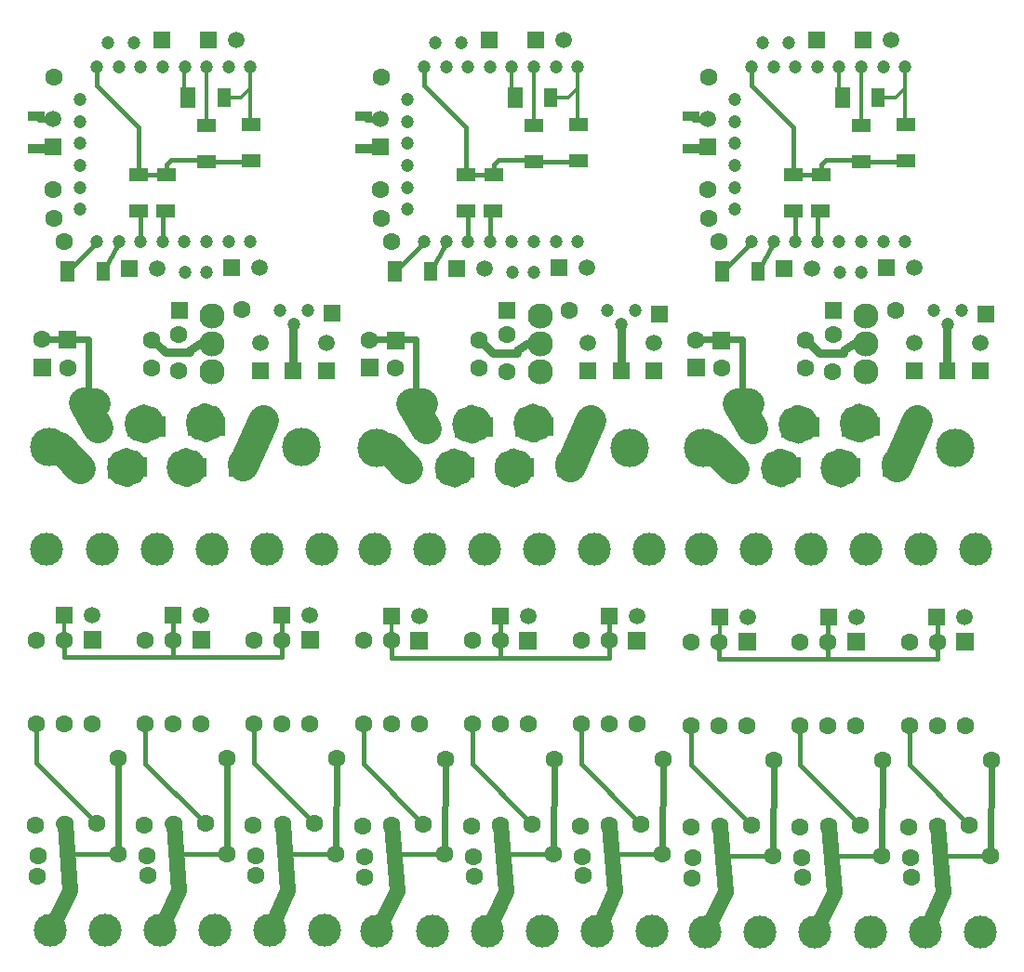
<source format=gbr>
%FSLAX34Y34*%
%MOMM*%
%LNCOPPER_BOTTOM*%
G71*
G01*
%ADD10C, 1.600*%
%ADD11C, 1.200*%
%ADD12R, 1.600X0.870*%
%ADD13C, 1.520*%
%ADD14R, 1.800X1.300*%
%ADD15R, 1.300X1.800*%
%ADD16C, 0.400*%
%ADD17C, 0.300*%
%ADD18C, 0.600*%
%ADD19C, 3.500*%
%ADD20C, 1.600*%
%ADD21C, 3.000*%
%ADD22C, 1.800*%
%ADD23C, 2.800*%
%ADD24C, 2.300*%
%ADD25C, 1.200*%
%ADD26C, 0.800*%
%ADD27C, 1.600*%
%ADD28C, 1.400*%
%ADD29C, 1.400*%
%LPD*%
X32022Y947422D02*
G54D10*
D03*
X31932Y819178D02*
G54D10*
D03*
X210739Y957395D02*
G54D11*
D03*
X190739Y957395D02*
G54D11*
D03*
X170739Y957395D02*
G54D11*
D03*
X150739Y957395D02*
G54D11*
D03*
X130739Y957395D02*
G54D11*
D03*
X110739Y957395D02*
G54D11*
D03*
X90739Y957395D02*
G54D11*
D03*
X70739Y957395D02*
G54D11*
D03*
X55739Y927395D02*
G54D11*
D03*
X55739Y907395D02*
G54D11*
D03*
X55739Y887395D02*
G54D11*
D03*
X55739Y867395D02*
G54D11*
D03*
X55739Y847395D02*
G54D11*
D03*
X55739Y827395D02*
G54D11*
D03*
X70700Y797600D02*
G54D11*
D03*
X90700Y797600D02*
G54D11*
D03*
X110700Y797600D02*
G54D11*
D03*
X130700Y797600D02*
G54D11*
D03*
X150700Y797600D02*
G54D11*
D03*
X170700Y797600D02*
G54D11*
D03*
X190700Y797600D02*
G54D11*
D03*
X210700Y797600D02*
G54D11*
D03*
X41100Y797700D02*
G54D10*
D03*
X31222Y844978D02*
G54D10*
D03*
G36*
X137616Y974095D02*
X122416Y974095D01*
X122416Y989295D01*
X137616Y989295D01*
X137616Y974095D01*
G37*
X15622Y912609D02*
G54D12*
D03*
X15622Y882209D02*
G54D12*
D03*
G36*
X23722Y877009D02*
X23722Y892209D01*
X38922Y892209D01*
X38922Y877009D01*
X23722Y877009D01*
G37*
X31322Y910009D02*
G54D13*
D03*
G36*
X164700Y989500D02*
X179900Y989500D01*
X179900Y974300D01*
X164700Y974300D01*
X164700Y989500D01*
G37*
X197700Y981900D02*
G54D13*
D03*
X211501Y904316D02*
G54D14*
D03*
X211401Y871816D02*
G54D14*
D03*
X170801Y903616D02*
G54D14*
D03*
X170701Y871116D02*
G54D14*
D03*
G36*
X147312Y938128D02*
X160312Y938128D01*
X160312Y920128D01*
X147312Y920128D01*
X147312Y938128D01*
G37*
X186312Y929028D02*
G54D15*
D03*
X109201Y858516D02*
G54D14*
D03*
X109101Y826016D02*
G54D14*
D03*
X133901Y858616D02*
G54D14*
D03*
X133801Y826116D02*
G54D14*
D03*
G36*
X37612Y779728D02*
X50612Y779728D01*
X50612Y761728D01*
X37612Y761728D01*
X37612Y779728D01*
G37*
X76612Y770628D02*
G54D15*
D03*
G54D16*
X71100Y796800D02*
X51300Y777916D01*
X44112Y770728D01*
G54D16*
X90700Y797200D02*
X76612Y770628D01*
G54D16*
X110700Y797600D02*
X110700Y824417D01*
X109101Y826016D01*
G54D16*
X130700Y797600D02*
X130700Y823015D01*
X133801Y826116D01*
G36*
X92900Y781200D02*
X108100Y781200D01*
X108100Y766000D01*
X92900Y766000D01*
X92900Y781200D01*
G37*
X125900Y773600D02*
G54D13*
D03*
G54D17*
X170700Y957600D02*
X170700Y903717D01*
X170801Y903616D01*
G54D17*
X210700Y957600D02*
X210700Y905117D01*
X211501Y904316D01*
G54D17*
X150700Y957600D02*
X150700Y932239D01*
X153812Y929128D01*
G54D17*
X210739Y957395D02*
X210739Y937839D01*
X201900Y929000D01*
X186339Y929000D01*
X186312Y929028D01*
G54D16*
X70739Y957395D02*
X70739Y940361D01*
X108800Y902300D01*
X108800Y858917D01*
X109201Y858516D01*
X133801Y858516D01*
X133901Y858616D01*
X133901Y867801D01*
X138600Y872500D01*
X169317Y872500D01*
X170701Y871116D01*
X210701Y871116D01*
X211401Y871816D01*
X104639Y979195D02*
G54D11*
D03*
X80639Y979195D02*
G54D11*
D03*
X150800Y770100D02*
G54D11*
D03*
X170800Y770100D02*
G54D11*
D03*
G54D18*
X31322Y910009D02*
X18222Y910009D01*
X15622Y912609D01*
G54D18*
X31322Y884609D02*
X18022Y884609D01*
X15622Y882209D01*
G36*
X185700Y781500D02*
X200900Y781500D01*
X200900Y766300D01*
X185700Y766300D01*
X185700Y781500D01*
G37*
X218700Y773900D02*
G54D13*
D03*
X330022Y947422D02*
G54D10*
D03*
X329932Y819178D02*
G54D10*
D03*
X508739Y957395D02*
G54D11*
D03*
X488739Y957395D02*
G54D11*
D03*
X468739Y957395D02*
G54D11*
D03*
X448739Y957395D02*
G54D11*
D03*
X428739Y957395D02*
G54D11*
D03*
X408739Y957395D02*
G54D11*
D03*
X388739Y957395D02*
G54D11*
D03*
X368739Y957395D02*
G54D11*
D03*
X353739Y927395D02*
G54D11*
D03*
X353739Y907395D02*
G54D11*
D03*
X353739Y887395D02*
G54D11*
D03*
X353739Y867395D02*
G54D11*
D03*
X353739Y847395D02*
G54D11*
D03*
X353739Y827395D02*
G54D11*
D03*
X368700Y797600D02*
G54D11*
D03*
X388700Y797600D02*
G54D11*
D03*
X408700Y797600D02*
G54D11*
D03*
X428700Y797600D02*
G54D11*
D03*
X448700Y797600D02*
G54D11*
D03*
X468700Y797600D02*
G54D11*
D03*
X488700Y797600D02*
G54D11*
D03*
X508700Y797600D02*
G54D11*
D03*
X339100Y797700D02*
G54D10*
D03*
X329222Y844978D02*
G54D10*
D03*
G36*
X435616Y974095D02*
X420416Y974095D01*
X420416Y989295D01*
X435616Y989295D01*
X435616Y974095D01*
G37*
X313622Y912609D02*
G54D12*
D03*
X313622Y882209D02*
G54D12*
D03*
G36*
X321722Y877009D02*
X321722Y892209D01*
X336922Y892209D01*
X336922Y877009D01*
X321722Y877009D01*
G37*
X329322Y910009D02*
G54D13*
D03*
G36*
X462700Y989500D02*
X477900Y989500D01*
X477900Y974300D01*
X462700Y974300D01*
X462700Y989500D01*
G37*
X495700Y981900D02*
G54D13*
D03*
X509501Y904316D02*
G54D14*
D03*
X509401Y871816D02*
G54D14*
D03*
X468801Y903616D02*
G54D14*
D03*
X468701Y871116D02*
G54D14*
D03*
G36*
X445312Y938128D02*
X458312Y938128D01*
X458312Y920128D01*
X445312Y920128D01*
X445312Y938128D01*
G37*
X484312Y929028D02*
G54D15*
D03*
X407201Y858516D02*
G54D14*
D03*
X407101Y826016D02*
G54D14*
D03*
X431901Y858616D02*
G54D14*
D03*
X431801Y826116D02*
G54D14*
D03*
G36*
X335612Y779728D02*
X348612Y779728D01*
X348612Y761728D01*
X335612Y761728D01*
X335612Y779728D01*
G37*
X374612Y770628D02*
G54D15*
D03*
G54D16*
X369100Y796800D02*
X349300Y777916D01*
X342112Y770728D01*
G54D16*
X388700Y797200D02*
X374612Y770628D01*
G54D16*
X408700Y797600D02*
X408700Y824417D01*
X407101Y826016D01*
G54D16*
X428700Y797600D02*
X428700Y823015D01*
X431801Y826116D01*
G36*
X390900Y781200D02*
X406100Y781200D01*
X406100Y766000D01*
X390900Y766000D01*
X390900Y781200D01*
G37*
X423900Y773600D02*
G54D13*
D03*
G54D17*
X468700Y957600D02*
X468700Y903717D01*
X468801Y903616D01*
G54D17*
X508700Y957600D02*
X508700Y905117D01*
X509501Y904316D01*
G54D17*
X448700Y957600D02*
X448700Y932239D01*
X451812Y929128D01*
G54D17*
X508739Y957395D02*
X508739Y937839D01*
X499900Y929000D01*
X484339Y929000D01*
X484312Y929028D01*
G54D16*
X368739Y957395D02*
X368739Y940361D01*
X406800Y902300D01*
X406800Y858917D01*
X407201Y858516D01*
X431801Y858516D01*
X431901Y858616D01*
X431901Y867801D01*
X436600Y872500D01*
X467317Y872500D01*
X468701Y871116D01*
X508701Y871116D01*
X509401Y871816D01*
X402639Y979195D02*
G54D11*
D03*
X378639Y979195D02*
G54D11*
D03*
X448800Y770100D02*
G54D11*
D03*
X468800Y770100D02*
G54D11*
D03*
G54D18*
X329322Y910009D02*
X316222Y910009D01*
X313622Y912609D01*
G54D18*
X329322Y884609D02*
X316022Y884609D01*
X313622Y882209D01*
G36*
X483700Y781500D02*
X498900Y781500D01*
X498900Y766300D01*
X483700Y766300D01*
X483700Y781500D01*
G37*
X516700Y773900D02*
G54D13*
D03*
X628022Y947422D02*
G54D10*
D03*
X627932Y819178D02*
G54D10*
D03*
X806739Y957395D02*
G54D11*
D03*
X786739Y957395D02*
G54D11*
D03*
X766739Y957395D02*
G54D11*
D03*
X746739Y957395D02*
G54D11*
D03*
X726739Y957395D02*
G54D11*
D03*
X706739Y957395D02*
G54D11*
D03*
X686739Y957395D02*
G54D11*
D03*
X666739Y957395D02*
G54D11*
D03*
X651739Y927395D02*
G54D11*
D03*
X651739Y907395D02*
G54D11*
D03*
X651739Y887395D02*
G54D11*
D03*
X651739Y867395D02*
G54D11*
D03*
X651739Y847395D02*
G54D11*
D03*
X651739Y827395D02*
G54D11*
D03*
X666700Y797600D02*
G54D11*
D03*
X686700Y797600D02*
G54D11*
D03*
X706700Y797600D02*
G54D11*
D03*
X726700Y797600D02*
G54D11*
D03*
X746700Y797600D02*
G54D11*
D03*
X766700Y797600D02*
G54D11*
D03*
X786700Y797600D02*
G54D11*
D03*
X806700Y797600D02*
G54D11*
D03*
X637100Y797700D02*
G54D10*
D03*
X627222Y844978D02*
G54D10*
D03*
G36*
X733616Y974095D02*
X718416Y974095D01*
X718416Y989295D01*
X733616Y989295D01*
X733616Y974095D01*
G37*
X611622Y912609D02*
G54D12*
D03*
X611622Y882209D02*
G54D12*
D03*
G36*
X619722Y877009D02*
X619722Y892209D01*
X634922Y892209D01*
X634922Y877009D01*
X619722Y877009D01*
G37*
X627322Y910009D02*
G54D13*
D03*
G36*
X760700Y989500D02*
X775900Y989500D01*
X775900Y974300D01*
X760700Y974300D01*
X760700Y989500D01*
G37*
X793700Y981900D02*
G54D13*
D03*
X807501Y904316D02*
G54D14*
D03*
X807401Y871816D02*
G54D14*
D03*
X766801Y903616D02*
G54D14*
D03*
X766701Y871116D02*
G54D14*
D03*
G36*
X743312Y938128D02*
X756312Y938128D01*
X756312Y920128D01*
X743312Y920128D01*
X743312Y938128D01*
G37*
X782312Y929028D02*
G54D15*
D03*
X705201Y858516D02*
G54D14*
D03*
X705101Y826016D02*
G54D14*
D03*
X729901Y858616D02*
G54D14*
D03*
X729801Y826116D02*
G54D14*
D03*
G36*
X633612Y779728D02*
X646612Y779728D01*
X646612Y761728D01*
X633612Y761728D01*
X633612Y779728D01*
G37*
X672612Y770628D02*
G54D15*
D03*
G54D16*
X667100Y796800D02*
X647300Y777916D01*
X640112Y770728D01*
G54D16*
X686700Y797200D02*
X672612Y770628D01*
G54D16*
X706700Y797600D02*
X706700Y824417D01*
X705101Y826016D01*
G54D16*
X726700Y797600D02*
X726700Y823015D01*
X729801Y826116D01*
G36*
X688900Y781200D02*
X704100Y781200D01*
X704100Y766000D01*
X688900Y766000D01*
X688900Y781200D01*
G37*
X721900Y773600D02*
G54D13*
D03*
G54D17*
X766700Y957600D02*
X766700Y903717D01*
X766801Y903616D01*
G54D17*
X806700Y957600D02*
X806700Y905117D01*
X807501Y904316D01*
G54D17*
X746700Y957600D02*
X746700Y932239D01*
X749812Y929128D01*
G54D17*
X806739Y957395D02*
X806739Y937839D01*
X797900Y929000D01*
X782339Y929000D01*
X782312Y929028D01*
G54D16*
X666739Y957395D02*
X666739Y940361D01*
X704800Y902300D01*
X704800Y858917D01*
X705201Y858516D01*
X729801Y858516D01*
X729901Y858616D01*
X729901Y867801D01*
X734600Y872500D01*
X765317Y872500D01*
X766701Y871116D01*
X806701Y871116D01*
X807401Y871816D01*
X700639Y979195D02*
G54D11*
D03*
X676639Y979195D02*
G54D11*
D03*
X746800Y770100D02*
G54D11*
D03*
X766800Y770100D02*
G54D11*
D03*
G54D18*
X627322Y910009D02*
X614222Y910009D01*
X611622Y912609D01*
G54D18*
X627322Y884609D02*
X614022Y884609D01*
X611622Y882209D01*
G36*
X781700Y781500D02*
X796900Y781500D01*
X796900Y766300D01*
X781700Y766300D01*
X781700Y781500D01*
G37*
X814700Y773900D02*
G54D13*
D03*
X27320Y610700D02*
G54D19*
D03*
X257320Y610700D02*
G54D19*
D03*
X27320Y610700D02*
G54D19*
D03*
X257320Y610700D02*
G54D19*
D03*
X27320Y610700D02*
G54D19*
D03*
X257320Y610700D02*
G54D19*
D03*
G36*
X36332Y716461D02*
X52332Y716461D01*
X52332Y700461D01*
X36332Y700461D01*
X36332Y716461D01*
G37*
X44332Y682961D02*
G54D20*
D03*
X120832Y708461D02*
G54D20*
D03*
X120832Y682961D02*
G54D20*
D03*
X20885Y708696D02*
G54D10*
D03*
G36*
X12885Y675296D02*
X12885Y691296D01*
X28885Y691296D01*
X28885Y675296D01*
X12885Y675296D01*
G37*
X202877Y735724D02*
G54D10*
D03*
X275380Y517700D02*
G54D21*
D03*
X225380Y517700D02*
G54D21*
D03*
X175380Y517700D02*
G54D21*
D03*
X125380Y517700D02*
G54D21*
D03*
X75400Y517700D02*
G54D21*
D03*
X25400Y517700D02*
G54D21*
D03*
G36*
X65475Y637399D02*
X78475Y637399D01*
X78475Y619399D01*
X65475Y619399D01*
X65475Y637399D01*
G37*
X104475Y628299D02*
G54D15*
D03*
X55256Y591499D02*
G54D15*
D03*
G36*
X81256Y600399D02*
X94256Y600399D01*
X94256Y582399D01*
X81256Y582399D01*
X81256Y600399D01*
G37*
X164575Y592499D02*
G54D15*
D03*
X197075Y592399D02*
G54D15*
D03*
G36*
X103075Y601499D02*
X116075Y601499D01*
X116076Y583499D01*
X103076Y583499D01*
X103075Y601499D01*
G37*
X142075Y592399D02*
G54D15*
D03*
X181975Y629399D02*
G54D15*
D03*
X214475Y629299D02*
G54D15*
D03*
G36*
X120475Y638399D02*
X133475Y638399D01*
X133476Y620399D01*
X120476Y620399D01*
X120475Y638399D01*
G37*
X159475Y629299D02*
G54D15*
D03*
G54D22*
G75*
G01X122984Y631865D02*
G03X122984Y631865I-9000J0D01*
G01*
G54D22*
G75*
G01X178664Y632865D02*
G03X178664Y632865I-9000J0D01*
G01*
G54D22*
G75*
G01X106945Y592065D02*
G03X106945Y592065I-9000J0D01*
G01*
G54D22*
G75*
G01X161264Y592065D02*
G03X161264Y592065I-9000J0D01*
G01*
G54D23*
X221975Y635599D02*
X203723Y593703D01*
X203723Y596703D01*
G54D23*
X71975Y628399D02*
X58976Y651137D01*
X69152Y650961D01*
G54D23*
X27320Y610700D02*
X37055Y610700D01*
X55256Y591499D01*
X176001Y730403D02*
G54D24*
D03*
X176001Y705003D02*
G54D24*
D03*
X176001Y679603D02*
G54D24*
D03*
X176001Y730403D02*
G54D24*
D03*
X176001Y705003D02*
G54D24*
D03*
X176001Y679603D02*
G54D24*
D03*
X145547Y679973D02*
G54D10*
D03*
G36*
X272271Y672879D02*
X272271Y688079D01*
X287471Y688079D01*
X287471Y672879D01*
X272271Y672879D01*
G37*
X279871Y705879D02*
G54D13*
D03*
G36*
X212271Y672879D02*
X212271Y688079D01*
X227471Y688079D01*
X227471Y672879D01*
X212271Y672879D01*
G37*
X219871Y705879D02*
G54D13*
D03*
G36*
X138106Y742995D02*
X153306Y742995D01*
X153306Y727795D01*
X138106Y727795D01*
X138106Y742995D01*
G37*
X237600Y735550D02*
G54D25*
D03*
X250300Y722850D02*
G54D25*
D03*
X263000Y735550D02*
G54D25*
D03*
X237600Y735550D02*
G54D25*
D03*
X250300Y722850D02*
G54D25*
D03*
X263000Y735550D02*
G54D25*
D03*
X145647Y713473D02*
G54D10*
D03*
G54D26*
X120832Y708461D02*
X121539Y708461D01*
X133000Y697000D01*
X155000Y697000D01*
X155000Y699000D01*
X164000Y705000D01*
X176001Y705003D01*
G36*
X242106Y687995D02*
X257306Y687995D01*
X257306Y672795D01*
X242106Y672795D01*
X242106Y687995D01*
G37*
G36*
X277106Y739995D02*
X292306Y739995D01*
X292306Y724795D01*
X277106Y724795D01*
X277106Y739995D01*
G37*
G54D26*
X249706Y680395D02*
X249706Y723444D01*
X250300Y722850D01*
G54D18*
X63000Y652000D02*
X63000Y709000D01*
X44000Y709000D01*
X21000Y709000D01*
X325614Y610305D02*
G54D19*
D03*
X555614Y610305D02*
G54D19*
D03*
X325614Y610305D02*
G54D19*
D03*
X555614Y610305D02*
G54D19*
D03*
X325614Y610305D02*
G54D19*
D03*
X555614Y610305D02*
G54D19*
D03*
G36*
X334626Y716066D02*
X350626Y716066D01*
X350626Y700066D01*
X334626Y700066D01*
X334626Y716066D01*
G37*
X342626Y682566D02*
G54D20*
D03*
X419126Y708066D02*
G54D20*
D03*
X419126Y682566D02*
G54D20*
D03*
X319179Y708301D02*
G54D10*
D03*
G36*
X311179Y674901D02*
X311179Y690901D01*
X327179Y690901D01*
X327179Y674901D01*
X311179Y674901D01*
G37*
X501171Y735329D02*
G54D10*
D03*
X573674Y517304D02*
G54D21*
D03*
X523674Y517304D02*
G54D21*
D03*
X473674Y517304D02*
G54D21*
D03*
X423674Y517304D02*
G54D21*
D03*
X373694Y517305D02*
G54D21*
D03*
X323694Y517305D02*
G54D21*
D03*
G36*
X363770Y637004D02*
X376770Y637004D01*
X376770Y619004D01*
X363770Y619004D01*
X363770Y637004D01*
G37*
X402770Y627904D02*
G54D15*
D03*
X353551Y591104D02*
G54D15*
D03*
G36*
X379550Y600004D02*
X392550Y600004D01*
X392551Y582004D01*
X379551Y582004D01*
X379550Y600004D01*
G37*
X462870Y592104D02*
G54D15*
D03*
X495370Y592004D02*
G54D15*
D03*
G36*
X401370Y601104D02*
X414370Y601104D01*
X414370Y583104D01*
X401370Y583104D01*
X401370Y601104D01*
G37*
X440370Y592004D02*
G54D15*
D03*
X480270Y629004D02*
G54D15*
D03*
X512770Y628904D02*
G54D15*
D03*
G36*
X418770Y638004D02*
X431770Y638004D01*
X431770Y620004D01*
X418770Y620004D01*
X418770Y638004D01*
G37*
X457770Y628904D02*
G54D15*
D03*
G54D22*
G75*
G01X421279Y631470D02*
G03X421279Y631470I-9000J0D01*
G01*
G54D22*
G75*
G01X476959Y632469D02*
G03X476959Y632469I-9000J0D01*
G01*
G54D22*
G75*
G01X405239Y591669D02*
G03X405239Y591669I-9000J0D01*
G01*
G54D22*
G75*
G01X459559Y591669D02*
G03X459559Y591669I-9000J0D01*
G01*
G54D23*
X520270Y635204D02*
X502017Y593308D01*
X502017Y596308D01*
G54D23*
X370270Y628004D02*
X357270Y650742D01*
X367446Y650566D01*
G54D23*
X325614Y610305D02*
X335350Y610305D01*
X353551Y591104D01*
X474295Y730007D02*
G54D24*
D03*
X474295Y704607D02*
G54D24*
D03*
X474295Y679207D02*
G54D24*
D03*
X474295Y730007D02*
G54D24*
D03*
X474295Y704607D02*
G54D24*
D03*
X474295Y679207D02*
G54D24*
D03*
X443842Y679578D02*
G54D10*
D03*
G36*
X570565Y672484D02*
X570565Y687684D01*
X585765Y687684D01*
X585765Y672484D01*
X570565Y672484D01*
G37*
X578165Y705484D02*
G54D13*
D03*
G36*
X510565Y672484D02*
X510565Y687684D01*
X525765Y687684D01*
X525765Y672484D01*
X510565Y672484D01*
G37*
X518165Y705484D02*
G54D13*
D03*
G36*
X436400Y742600D02*
X451600Y742600D01*
X451600Y727400D01*
X436400Y727400D01*
X436400Y742600D01*
G37*
X535894Y735155D02*
G54D25*
D03*
X548594Y722455D02*
G54D25*
D03*
X561294Y735155D02*
G54D25*
D03*
X535894Y735155D02*
G54D25*
D03*
X548594Y722455D02*
G54D25*
D03*
X561294Y735155D02*
G54D25*
D03*
X443942Y713078D02*
G54D10*
D03*
G54D26*
X419126Y708066D02*
X419834Y708066D01*
X431294Y696605D01*
X453294Y696605D01*
X453294Y698605D01*
X462294Y704605D01*
X474295Y704607D01*
G36*
X540400Y672400D02*
X555600Y672400D01*
X555600Y687600D01*
X540400Y687600D01*
X540400Y672400D01*
G37*
G36*
X575400Y739600D02*
X590600Y739600D01*
X590600Y724400D01*
X575400Y724400D01*
X575400Y739600D01*
G37*
G54D26*
X548000Y680000D02*
X548000Y723049D01*
X548594Y722455D01*
G54D18*
X361294Y651605D02*
X361294Y708605D01*
X342294Y708605D01*
X319294Y708605D01*
X622614Y610305D02*
G54D19*
D03*
X852614Y610305D02*
G54D19*
D03*
X622614Y610305D02*
G54D19*
D03*
X852614Y610305D02*
G54D19*
D03*
X622614Y610305D02*
G54D19*
D03*
X852614Y610305D02*
G54D19*
D03*
G36*
X631626Y700066D02*
X647626Y700066D01*
X647626Y716066D01*
X631626Y716066D01*
X631626Y700066D01*
G37*
X639626Y682566D02*
G54D20*
D03*
X716126Y708066D02*
G54D20*
D03*
X716126Y682566D02*
G54D20*
D03*
X616179Y708301D02*
G54D10*
D03*
G36*
X624179Y674901D02*
X624179Y690901D01*
X608179Y690901D01*
X608179Y674901D01*
X624179Y674901D01*
G37*
X798171Y735329D02*
G54D10*
D03*
X870674Y517304D02*
G54D21*
D03*
X820674Y517304D02*
G54D21*
D03*
X770674Y517304D02*
G54D21*
D03*
X720674Y517304D02*
G54D21*
D03*
X670694Y517305D02*
G54D21*
D03*
X620694Y517305D02*
G54D21*
D03*
G36*
X660770Y637004D02*
X673770Y637004D01*
X673770Y619004D01*
X660770Y619004D01*
X660770Y637004D01*
G37*
X699770Y627904D02*
G54D15*
D03*
X650551Y591104D02*
G54D15*
D03*
G36*
X676550Y600004D02*
X689550Y600004D01*
X689551Y582004D01*
X676551Y582004D01*
X676550Y600004D01*
G37*
X759870Y592104D02*
G54D15*
D03*
X792370Y592004D02*
G54D15*
D03*
G36*
X698370Y601104D02*
X711370Y601104D01*
X711370Y583104D01*
X698370Y583104D01*
X698370Y601104D01*
G37*
X737370Y592004D02*
G54D15*
D03*
X777270Y629004D02*
G54D15*
D03*
X809770Y628904D02*
G54D15*
D03*
G36*
X715770Y638004D02*
X728770Y638004D01*
X728770Y620004D01*
X715770Y620004D01*
X715770Y638004D01*
G37*
X754770Y628904D02*
G54D15*
D03*
G54D22*
G75*
G01X718279Y631470D02*
G03X718279Y631470I-9000J0D01*
G01*
G54D22*
G75*
G01X773959Y632469D02*
G03X773959Y632469I-9000J0D01*
G01*
G54D22*
G75*
G01X702239Y591669D02*
G03X702239Y591669I-9000J0D01*
G01*
G54D22*
G75*
G01X756559Y591669D02*
G03X756559Y591669I-9000J0D01*
G01*
G54D23*
X817270Y635204D02*
X799017Y593308D01*
X799017Y596308D01*
G54D23*
X667270Y628004D02*
X654270Y650742D01*
X664446Y650566D01*
G54D23*
X622614Y610305D02*
X632350Y610305D01*
X650551Y591104D01*
X771295Y730007D02*
G54D24*
D03*
X771295Y704607D02*
G54D24*
D03*
X771295Y679207D02*
G54D24*
D03*
X771295Y730007D02*
G54D24*
D03*
X771295Y704607D02*
G54D24*
D03*
X771295Y679207D02*
G54D24*
D03*
X740842Y679578D02*
G54D10*
D03*
G36*
X867565Y672484D02*
X867565Y687684D01*
X882765Y687684D01*
X882765Y672484D01*
X867565Y672484D01*
G37*
X875165Y705484D02*
G54D13*
D03*
G36*
X807565Y672484D02*
X807565Y687684D01*
X822765Y687684D01*
X822765Y672484D01*
X807565Y672484D01*
G37*
X815165Y705484D02*
G54D13*
D03*
G36*
X733400Y742600D02*
X748600Y742600D01*
X748600Y727400D01*
X733400Y727400D01*
X733400Y742600D01*
G37*
X832894Y735155D02*
G54D25*
D03*
X845594Y722455D02*
G54D25*
D03*
X858294Y735155D02*
G54D25*
D03*
X832894Y735155D02*
G54D25*
D03*
X845594Y722455D02*
G54D25*
D03*
X858294Y735155D02*
G54D25*
D03*
X740942Y713078D02*
G54D10*
D03*
G54D26*
X716126Y708066D02*
X716834Y708066D01*
X728294Y696605D01*
X750294Y696605D01*
X750294Y698605D01*
X759294Y704605D01*
X771295Y704607D01*
G36*
X837400Y687600D02*
X852600Y687600D01*
X852600Y672400D01*
X837400Y672400D01*
X837400Y687600D01*
G37*
G36*
X872400Y739600D02*
X887600Y739600D01*
X887600Y724400D01*
X872400Y724400D01*
X872400Y739600D01*
G37*
G54D26*
X845000Y680000D02*
X845000Y723049D01*
X845594Y722455D01*
G54D18*
X658294Y651605D02*
X658294Y708605D01*
X639294Y708605D01*
X616294Y708605D01*
X278454Y170129D02*
G54D21*
D03*
X228454Y170129D02*
G54D21*
D03*
X178454Y170129D02*
G54D21*
D03*
X128454Y170129D02*
G54D21*
D03*
G36*
X74654Y426929D02*
X58654Y426929D01*
X58654Y442929D01*
X74654Y442929D01*
X74654Y426929D01*
G37*
X41254Y434929D02*
G54D27*
D03*
X15854Y434929D02*
G54D27*
D03*
X15854Y358729D02*
G54D27*
D03*
X41254Y358729D02*
G54D27*
D03*
X66654Y358729D02*
G54D27*
D03*
G36*
X73654Y427929D02*
X59654Y427929D01*
X59654Y441929D01*
X73654Y441929D01*
X73654Y427929D01*
G37*
X41254Y434929D02*
G54D28*
D03*
X15854Y434929D02*
G54D28*
D03*
X15854Y358729D02*
G54D28*
D03*
X41254Y358729D02*
G54D28*
D03*
X66654Y358729D02*
G54D28*
D03*
G54D29*
X28454Y170129D02*
X46447Y206882D01*
X41685Y266764D01*
X40668Y267781D01*
G54D18*
X89963Y240225D02*
X90575Y327229D01*
X41685Y266764D02*
G54D10*
D03*
X15099Y266240D02*
G54D10*
D03*
X17196Y238170D02*
G54D10*
D03*
X89963Y240225D02*
G54D10*
D03*
X70685Y267764D02*
G54D10*
D03*
G54D16*
X15854Y358729D02*
X15854Y322595D01*
X70685Y267764D01*
G54D16*
X89963Y240225D02*
X41076Y240225D01*
X39848Y241453D01*
X90575Y327228D02*
G54D10*
D03*
X78454Y170129D02*
G54D21*
D03*
X28454Y170129D02*
G54D21*
D03*
G36*
X173679Y426800D02*
X157679Y426800D01*
X157679Y442800D01*
X173679Y442800D01*
X173679Y426800D01*
G37*
X140279Y434800D02*
G54D27*
D03*
X114879Y434800D02*
G54D27*
D03*
X114879Y358600D02*
G54D27*
D03*
X140279Y358600D02*
G54D27*
D03*
X165679Y358600D02*
G54D27*
D03*
G36*
X172679Y427800D02*
X158679Y427800D01*
X158679Y441800D01*
X172679Y441800D01*
X172679Y427800D01*
G37*
X140279Y434800D02*
G54D28*
D03*
X114879Y434800D02*
G54D28*
D03*
X114879Y358600D02*
G54D28*
D03*
X140279Y358600D02*
G54D28*
D03*
X165678Y358600D02*
G54D28*
D03*
G54D29*
X128454Y170129D02*
X145472Y206753D01*
X140710Y266636D01*
X139693Y267653D01*
G54D18*
X188988Y240096D02*
X189600Y327100D01*
X140710Y266636D02*
G54D10*
D03*
X114124Y266111D02*
G54D10*
D03*
X116222Y238042D02*
G54D10*
D03*
X188988Y240096D02*
G54D10*
D03*
X169710Y267636D02*
G54D10*
D03*
G54D16*
X114879Y358600D02*
X114879Y322467D01*
X169710Y267636D01*
G54D16*
X188988Y240096D02*
X140101Y240096D01*
X138872Y241324D01*
X189600Y327100D02*
G54D10*
D03*
G36*
X272879Y442900D02*
X256879Y442900D01*
X256879Y426900D01*
X272879Y426900D01*
X272879Y442900D01*
G37*
X239479Y434900D02*
G54D27*
D03*
X214079Y434900D02*
G54D27*
D03*
X214079Y358700D02*
G54D27*
D03*
X239479Y358700D02*
G54D27*
D03*
X264879Y358700D02*
G54D27*
D03*
G36*
X271879Y427900D02*
X257879Y427900D01*
X257879Y441900D01*
X271879Y441900D01*
X271879Y427900D01*
G37*
X239479Y434900D02*
G54D28*
D03*
X214079Y434900D02*
G54D28*
D03*
X214079Y358700D02*
G54D28*
D03*
X239479Y358700D02*
G54D28*
D03*
X264878Y358700D02*
G54D28*
D03*
G54D29*
X228454Y170129D02*
X244672Y206853D01*
X239910Y266736D01*
X238893Y267753D01*
G54D18*
X288188Y240196D02*
X288800Y327200D01*
X239910Y266736D02*
G54D10*
D03*
X213324Y266211D02*
G54D10*
D03*
X215422Y238142D02*
G54D10*
D03*
X288188Y240196D02*
G54D10*
D03*
X268910Y267736D02*
G54D10*
D03*
G54D16*
X214079Y358700D02*
X214079Y322567D01*
X268910Y267736D01*
G54D16*
X288188Y240196D02*
X239301Y240196D01*
X238072Y241424D01*
X288800Y327200D02*
G54D10*
D03*
G54D16*
X41454Y419500D02*
X239454Y419500D01*
X239454Y446703D01*
X239479Y461728D01*
G54D16*
X140279Y434800D02*
X140279Y461754D01*
X140454Y461929D01*
X16675Y219507D02*
G54D10*
D03*
X116975Y220207D02*
G54D10*
D03*
X215775Y220607D02*
G54D10*
D03*
G54D16*
X41254Y434929D02*
X41254Y419700D01*
X41454Y419500D01*
G54D16*
X140279Y434800D02*
X140279Y419404D01*
X140454Y419229D01*
G36*
X33754Y464929D02*
X48954Y464929D01*
X48954Y449729D01*
X33754Y449729D01*
X33754Y464929D01*
G37*
X66754Y457329D02*
G54D13*
D03*
G36*
X132854Y464929D02*
X148054Y464929D01*
X148054Y449729D01*
X132854Y449729D01*
X132854Y464929D01*
G37*
X165854Y457329D02*
G54D13*
D03*
G36*
X231754Y449729D02*
X246954Y449729D01*
X246954Y464929D01*
X231754Y464929D01*
X231754Y449729D01*
G37*
X264754Y457329D02*
G54D13*
D03*
G54D17*
X41354Y457329D02*
X41354Y435029D01*
X41254Y434929D01*
X575954Y169629D02*
G54D21*
D03*
X525954Y169629D02*
G54D21*
D03*
X475954Y169629D02*
G54D21*
D03*
X425954Y169629D02*
G54D21*
D03*
G36*
X372154Y426429D02*
X356154Y426429D01*
X356154Y442429D01*
X372154Y442429D01*
X372154Y426429D01*
G37*
X338754Y434429D02*
G54D27*
D03*
X313354Y434429D02*
G54D27*
D03*
X313354Y358229D02*
G54D27*
D03*
X338754Y358229D02*
G54D27*
D03*
X364154Y358229D02*
G54D27*
D03*
G36*
X371154Y427429D02*
X357154Y427429D01*
X357154Y441429D01*
X371154Y441429D01*
X371154Y427429D01*
G37*
X338754Y434429D02*
G54D28*
D03*
X313354Y434429D02*
G54D28*
D03*
X313354Y358229D02*
G54D28*
D03*
X338754Y358229D02*
G54D28*
D03*
X364154Y358229D02*
G54D28*
D03*
G54D29*
X325954Y169629D02*
X343947Y206382D01*
X339185Y266264D01*
X338168Y267281D01*
G54D18*
X387463Y239725D02*
X388075Y326729D01*
X339185Y266264D02*
G54D10*
D03*
X312599Y265740D02*
G54D10*
D03*
X314696Y237670D02*
G54D10*
D03*
X387463Y239725D02*
G54D10*
D03*
X368185Y267264D02*
G54D10*
D03*
G54D16*
X313354Y358229D02*
X313354Y322095D01*
X368185Y267264D01*
G54D16*
X387463Y239725D02*
X338576Y239725D01*
X337348Y240953D01*
X388075Y326728D02*
G54D10*
D03*
X375954Y169629D02*
G54D21*
D03*
X325954Y169629D02*
G54D21*
D03*
G36*
X471179Y426300D02*
X455179Y426300D01*
X455179Y442300D01*
X471179Y442300D01*
X471179Y426300D01*
G37*
X437779Y434300D02*
G54D27*
D03*
X412379Y434300D02*
G54D27*
D03*
X412379Y358100D02*
G54D27*
D03*
X437779Y358100D02*
G54D27*
D03*
X463179Y358100D02*
G54D27*
D03*
G36*
X470179Y427300D02*
X456179Y427300D01*
X456179Y441300D01*
X470179Y441300D01*
X470179Y427300D01*
G37*
X437779Y434300D02*
G54D28*
D03*
X412379Y434300D02*
G54D28*
D03*
X412379Y358100D02*
G54D28*
D03*
X437779Y358100D02*
G54D28*
D03*
X463178Y358100D02*
G54D28*
D03*
G54D29*
X425954Y169629D02*
X442972Y206253D01*
X438210Y266136D01*
X437193Y267153D01*
G54D18*
X486488Y239596D02*
X487100Y326600D01*
X438210Y266136D02*
G54D10*
D03*
X411624Y265611D02*
G54D10*
D03*
X413722Y237542D02*
G54D10*
D03*
X486488Y239596D02*
G54D10*
D03*
X467210Y267136D02*
G54D10*
D03*
G54D16*
X412379Y358100D02*
X412379Y321967D01*
X467210Y267136D01*
G54D16*
X486488Y239596D02*
X437601Y239596D01*
X436372Y240824D01*
X487100Y326600D02*
G54D10*
D03*
G36*
X570379Y426400D02*
X554379Y426400D01*
X554379Y442400D01*
X570379Y442400D01*
X570379Y426400D01*
G37*
X536979Y434400D02*
G54D27*
D03*
X511579Y434400D02*
G54D27*
D03*
X511579Y358200D02*
G54D27*
D03*
X536979Y358200D02*
G54D27*
D03*
X562379Y358200D02*
G54D27*
D03*
G36*
X569379Y427400D02*
X555379Y427400D01*
X555379Y441400D01*
X569379Y441400D01*
X569379Y427400D01*
G37*
X536979Y434400D02*
G54D28*
D03*
X511579Y434400D02*
G54D28*
D03*
X511579Y358200D02*
G54D28*
D03*
X536979Y358200D02*
G54D28*
D03*
X562378Y358200D02*
G54D28*
D03*
G54D29*
X525954Y169629D02*
X542172Y206353D01*
X537410Y266236D01*
X536393Y267253D01*
G54D18*
X585688Y239696D02*
X586300Y326700D01*
X537410Y266236D02*
G54D10*
D03*
X510824Y265711D02*
G54D10*
D03*
X512922Y237642D02*
G54D10*
D03*
X585688Y239696D02*
G54D10*
D03*
X566410Y267236D02*
G54D10*
D03*
G54D16*
X511579Y358200D02*
X511579Y322067D01*
X566410Y267236D01*
G54D16*
X585688Y239696D02*
X536801Y239696D01*
X535572Y240924D01*
X586300Y326700D02*
G54D10*
D03*
G54D16*
X338954Y419000D02*
X536954Y419000D01*
X536954Y446203D01*
X536979Y461228D01*
G54D16*
X437779Y434300D02*
X437779Y461254D01*
X437954Y461429D01*
X314175Y219007D02*
G54D10*
D03*
X414475Y219707D02*
G54D10*
D03*
X513275Y220107D02*
G54D10*
D03*
G54D16*
X338754Y434429D02*
X338754Y419200D01*
X338954Y419000D01*
G54D16*
X437779Y434300D02*
X437779Y418904D01*
X437954Y418729D01*
G36*
X331254Y464429D02*
X346454Y464429D01*
X346454Y449229D01*
X331254Y449229D01*
X331254Y464429D01*
G37*
X364254Y456829D02*
G54D13*
D03*
G36*
X430354Y464429D02*
X445554Y464429D01*
X445554Y449229D01*
X430354Y449229D01*
X430354Y464429D01*
G37*
X463354Y456829D02*
G54D13*
D03*
G36*
X529254Y449229D02*
X544454Y449229D01*
X544454Y464429D01*
X529254Y464429D01*
X529254Y449229D01*
G37*
X562254Y456829D02*
G54D13*
D03*
G54D17*
X338854Y456829D02*
X338854Y434529D01*
X338754Y434429D01*
X874754Y168529D02*
G54D21*
D03*
X824754Y168529D02*
G54D21*
D03*
X774754Y168529D02*
G54D21*
D03*
X724754Y168529D02*
G54D21*
D03*
G36*
X670954Y425329D02*
X654954Y425329D01*
X654954Y441329D01*
X670954Y441329D01*
X670954Y425329D01*
G37*
X637554Y433329D02*
G54D27*
D03*
X612154Y433329D02*
G54D27*
D03*
X612154Y357129D02*
G54D27*
D03*
X637554Y357129D02*
G54D27*
D03*
X662954Y357129D02*
G54D27*
D03*
G36*
X669954Y426329D02*
X655954Y426329D01*
X655954Y440329D01*
X669954Y440329D01*
X669954Y426329D01*
G37*
X637554Y433329D02*
G54D28*
D03*
X612154Y433329D02*
G54D28*
D03*
X612154Y357129D02*
G54D28*
D03*
X637554Y357129D02*
G54D28*
D03*
X662954Y357129D02*
G54D28*
D03*
G54D29*
X624754Y168529D02*
X642747Y205282D01*
X637985Y265164D01*
X636968Y266181D01*
G54D18*
X686263Y238625D02*
X686875Y325629D01*
X637985Y265164D02*
G54D10*
D03*
X611399Y264640D02*
G54D10*
D03*
X613496Y236570D02*
G54D10*
D03*
X686263Y238625D02*
G54D10*
D03*
X666985Y266164D02*
G54D10*
D03*
G54D16*
X612154Y357129D02*
X612154Y320995D01*
X666985Y266164D01*
G54D16*
X686263Y238625D02*
X637376Y238625D01*
X636148Y239853D01*
X686875Y325628D02*
G54D10*
D03*
X674754Y168529D02*
G54D21*
D03*
X624754Y168529D02*
G54D21*
D03*
G36*
X769979Y425200D02*
X753979Y425200D01*
X753979Y441200D01*
X769979Y441200D01*
X769979Y425200D01*
G37*
X736579Y433200D02*
G54D27*
D03*
X711179Y433200D02*
G54D27*
D03*
X711179Y357000D02*
G54D27*
D03*
X736579Y357000D02*
G54D27*
D03*
X761979Y357000D02*
G54D27*
D03*
G36*
X768979Y426200D02*
X754979Y426200D01*
X754979Y440200D01*
X768979Y440200D01*
X768979Y426200D01*
G37*
X736579Y433200D02*
G54D28*
D03*
X711179Y433200D02*
G54D28*
D03*
X711179Y357000D02*
G54D28*
D03*
X736579Y357000D02*
G54D28*
D03*
X761978Y357000D02*
G54D28*
D03*
G54D29*
X724754Y168529D02*
X741772Y205153D01*
X737010Y265036D01*
X735993Y266053D01*
G54D18*
X785288Y238496D02*
X785900Y325500D01*
X737010Y265036D02*
G54D10*
D03*
X710424Y264511D02*
G54D10*
D03*
X712522Y236442D02*
G54D10*
D03*
X785288Y238496D02*
G54D10*
D03*
X766010Y266036D02*
G54D10*
D03*
G54D16*
X711179Y357000D02*
X711179Y320867D01*
X766010Y266036D01*
G54D16*
X785288Y238496D02*
X736401Y238496D01*
X735172Y239724D01*
X785900Y325500D02*
G54D10*
D03*
G36*
X869179Y441300D02*
X853179Y441300D01*
X853179Y425300D01*
X869179Y425300D01*
X869179Y441300D01*
G37*
X835779Y433300D02*
G54D27*
D03*
X810379Y433300D02*
G54D27*
D03*
X810379Y357100D02*
G54D27*
D03*
X835779Y357100D02*
G54D27*
D03*
X861179Y357100D02*
G54D27*
D03*
G36*
X868179Y426300D02*
X854179Y426300D01*
X854179Y440300D01*
X868179Y440300D01*
X868179Y426300D01*
G37*
X835779Y433300D02*
G54D28*
D03*
X810379Y433300D02*
G54D28*
D03*
X810379Y357100D02*
G54D28*
D03*
X835779Y357100D02*
G54D28*
D03*
X861178Y357100D02*
G54D28*
D03*
G54D29*
X824754Y168529D02*
X840972Y205253D01*
X836210Y265136D01*
X835193Y266153D01*
G54D18*
X884488Y238596D02*
X885100Y325600D01*
X836210Y265136D02*
G54D10*
D03*
X809624Y264611D02*
G54D10*
D03*
X811722Y236542D02*
G54D10*
D03*
X884488Y238596D02*
G54D10*
D03*
X865210Y266136D02*
G54D10*
D03*
G54D16*
X810379Y357100D02*
X810379Y320967D01*
X865210Y266136D01*
G54D16*
X884488Y238596D02*
X835601Y238596D01*
X834372Y239824D01*
X885100Y325600D02*
G54D10*
D03*
G54D16*
X637754Y417900D02*
X835754Y417900D01*
X835754Y445103D01*
X835779Y460128D01*
G54D16*
X736579Y433200D02*
X736579Y460154D01*
X736754Y460329D01*
X612975Y217907D02*
G54D10*
D03*
X713275Y218607D02*
G54D10*
D03*
X812075Y219007D02*
G54D10*
D03*
G54D16*
X637554Y433329D02*
X637554Y418100D01*
X637754Y417900D01*
G54D16*
X736579Y433200D02*
X736579Y417804D01*
X736754Y417629D01*
G36*
X630054Y463329D02*
X645254Y463329D01*
X645254Y448129D01*
X630054Y448129D01*
X630054Y463329D01*
G37*
X663054Y455729D02*
G54D13*
D03*
G36*
X729154Y463329D02*
X744354Y463329D01*
X744354Y448129D01*
X729154Y448129D01*
X729154Y463329D01*
G37*
X762154Y455729D02*
G54D13*
D03*
G36*
X828054Y448129D02*
X843254Y448129D01*
X843254Y463329D01*
X828054Y463329D01*
X828054Y448129D01*
G37*
X861054Y455729D02*
G54D13*
D03*
G54D17*
X637654Y455729D02*
X637654Y433429D01*
X637554Y433329D01*
M02*

</source>
